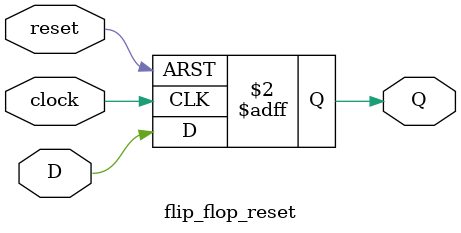
<source format=v>
/*
 * Copyright (C) 2006, 2008 - Kyller Costa Gorgônio
 * Copyright (C) 2006, 2008 - Universitat Politècnica de Catalunya
 *
 * $Id$
 */

module flip_flop_reset (D, Q, clock, reset);

parameter init_value = 0;

input D;
input clock;
input reset;
output Q;
	
reg Q;
	
always @(posedge clock or posedge reset) begin
	if (reset)
		Q <= init_value;
	else
		Q <= D;
end
endmodule

</source>
